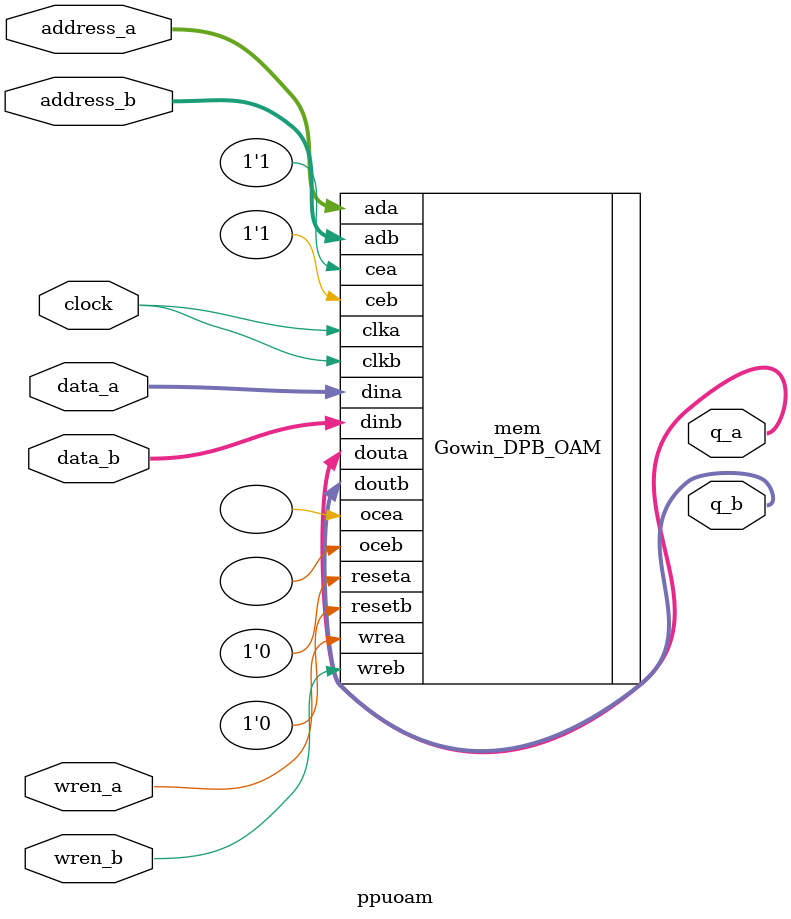
<source format=v>


module ppuoam (
    input clock,
    input [7:0] address_a,
    input [6:0] address_b,
    input [15:0] data_a,
    input [31:0] data_b,
    input wren_a,
    input wren_b,
    output [15:0] q_a,
    output [31:0] q_b
);

`ifndef VERILATOR

Gowin_DPB_OAM mem(.douta(q_a), .doutb(q_b), .clka(clock), .ocea(), .cea(1'b1), .reseta(1'b0), 
            .wrea(wren_a), .clkb(clock), .oceb(), .ceb(1'b1), .resetb(1'b0), 
            .wreb(wren_b), .ada(address_a), .dina(data_a), .adb(address_b), .dinb(data_b));

/*
reg [31:0] mem [0:127];
reg [31:0] douta;
reg [31:0] doutb;
wire [4:0] pos_a = {address_a[0], 4'b1111};
assign q_a = douta[pos_a -: 16];
assign q_b = doutb;

always @(posedge clock) begin
    douta <= mem[address_a[7:1]];
    if (wren_a)
        mem[address_a[7:0]][pos_a -: 16] <= data_a;
end

always @(posedge clock) begin
    doutb <= mem[address_b];
    if (wren_b)
        mem[address_b] <= data_b;
end
*/

`else

reg [15:0] mem [0:255];
reg [15:0] douta;
reg [31:0] doutb;
assign q_a = douta;
assign q_b = doutb; 

always @(posedge clock) begin
    douta <= mem[address_a];
    doutb <= {mem[{address_b, 1'd1}], mem[{address_b, 1'd0}]};
    if (wren_a) begin
        mem[address_a] <= data_a;
        // $display("OAM[%x] <= %x", address_a, data_a);
    end
    if (wren_b) begin
        mem[{address_b,1'b1}] <= data_b[31:16];
        mem[{address_b,1'b0}] <= data_b[15:0];
        // $display("OAM[%x] <= %x, OAM=[%x] <= %x", {address_b,1'b0}, data_b[15:0], {address_b,1'b1}, data_b[31:16]);
    end
end

`endif

endmodule

</source>
